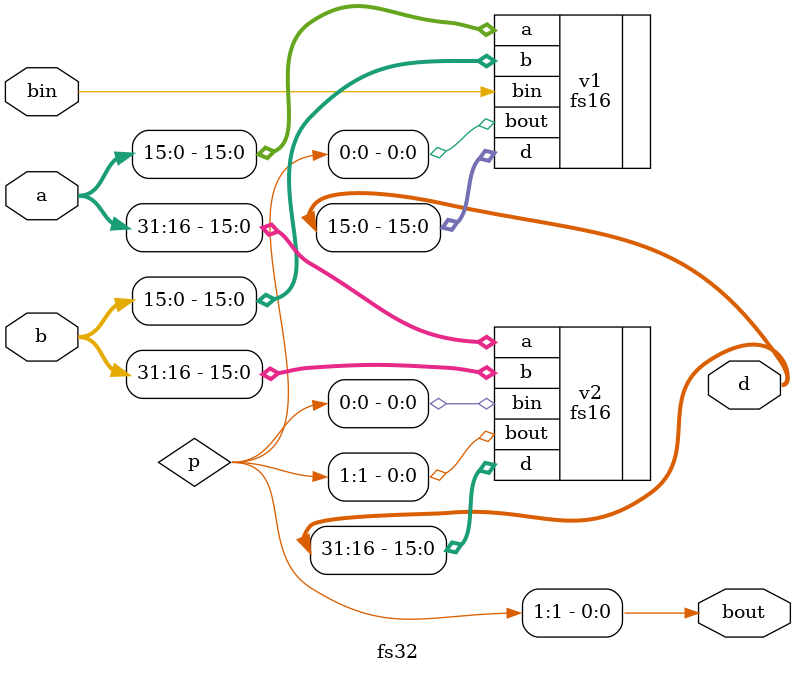
<source format=v>
`timescale 1ns / 1ps


module fs32(a,b,bin,d,bout);
input [31:0]a,b;
input bin;
output [31:0]d;
output bout;
wire [1:0]p;
fs16 v1 (.a(a[15:0]), .b(b[15:0]),.bin(bin),.d(d[15:0]), .bout(p[0]));
fs16 v2 (.a(a[31:16]), .b(b[31:16]),.bin(p[0]),.d(d[31:16]), .bout(p[1]));
assign bout=p[1];
endmodule

</source>
